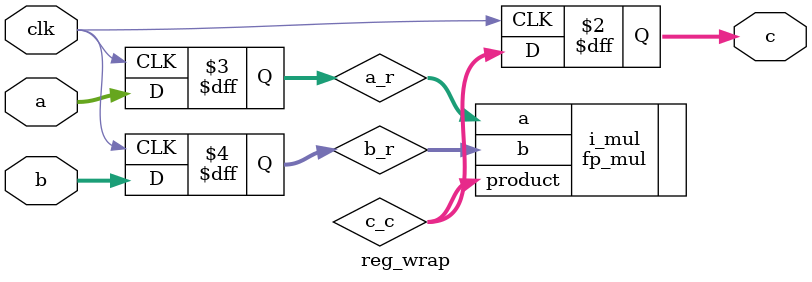
<source format=sv>
module reg_wrap #(
    parameter int WIDTH = 32
) (
    input clk,
    input logic [WIDTH-1:0] a,
    input logic [WIDTH-1:0] b,
    output logic [WIDTH-1:0] c
);
    logic [WIDTH-1:0] a_r;
	 logic [WIDTH-1:0] b_r;
	 logic [WIDTH-1:0] c_c;

    always @(posedge clk) begin
	     a_r <= a;
		  b_r <= b;
		  c <= c_c;
	 end
	 
	 fp_mul #(.EXP_W(8), .FRAC_W(23)) i_mul(.a(a_r), .b(b_r), .product(c_c));
endmodule

</source>
